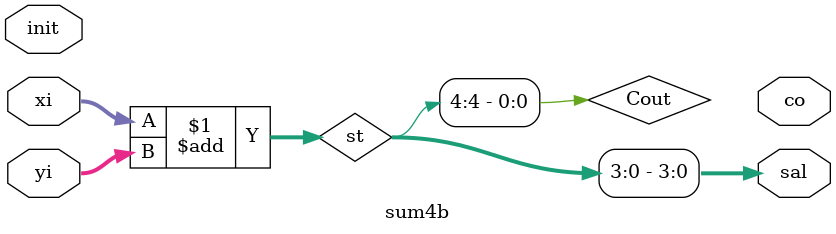
<source format=v>
`timescale 1ns / 1ps

module sum4b(init, xi, yi, co, sal);

  input wire init;
  input wire [3:0] xi;
  input wire [3:0] yi;
  output wire co;
  output wire [3:0] sal;
  
  wire [4:0] st;
  
  assign st  = 	xi + yi;
  
  assign sal= st[3:0];
  assign Cout = st[4];

  

endmodule
</source>
